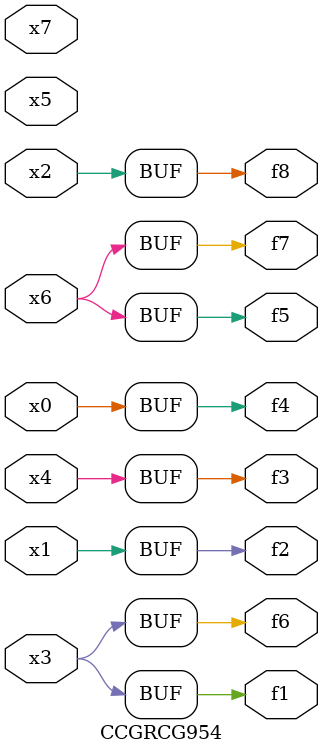
<source format=v>
module CCGRCG954(
	input x0, x1, x2, x3, x4, x5, x6, x7,
	output f1, f2, f3, f4, f5, f6, f7, f8
);
	assign f1 = x3;
	assign f2 = x1;
	assign f3 = x4;
	assign f4 = x0;
	assign f5 = x6;
	assign f6 = x3;
	assign f7 = x6;
	assign f8 = x2;
endmodule

</source>
